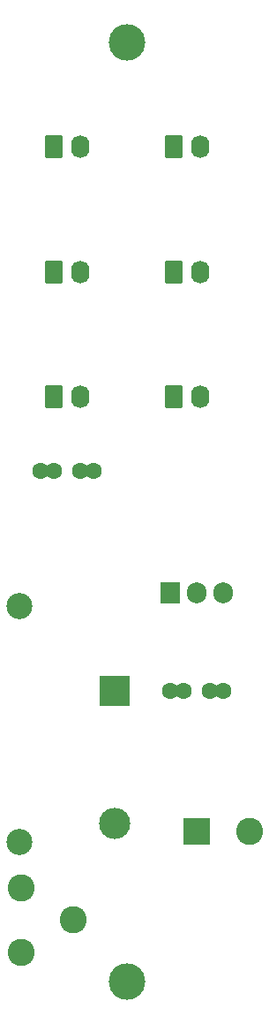
<source format=gts>
G04 #@! TF.GenerationSoftware,KiCad,Pcbnew,7.0.5*
G04 #@! TF.CreationDate,2024-04-01T13:17:15+02:00*
G04 #@! TF.ProjectId,power,706f7765-722e-46b6-9963-61645f706362,rev?*
G04 #@! TF.SameCoordinates,Original*
G04 #@! TF.FileFunction,Soldermask,Top*
G04 #@! TF.FilePolarity,Negative*
%FSLAX46Y46*%
G04 Gerber Fmt 4.6, Leading zero omitted, Abs format (unit mm)*
G04 Created by KiCad (PCBNEW 7.0.5) date 2024-04-01 13:17:15*
%MOMM*%
%LPD*%
G01*
G04 APERTURE LIST*
G04 Aperture macros list*
%AMRoundRect*
0 Rectangle with rounded corners*
0 $1 Rounding radius*
0 $2 $3 $4 $5 $6 $7 $8 $9 X,Y pos of 4 corners*
0 Add a 4 corners polygon primitive as box body*
4,1,4,$2,$3,$4,$5,$6,$7,$8,$9,$2,$3,0*
0 Add four circle primitives for the rounded corners*
1,1,$1+$1,$2,$3*
1,1,$1+$1,$4,$5*
1,1,$1+$1,$6,$7*
1,1,$1+$1,$8,$9*
0 Add four rect primitives between the rounded corners*
20,1,$1+$1,$2,$3,$4,$5,0*
20,1,$1+$1,$4,$5,$6,$7,0*
20,1,$1+$1,$6,$7,$8,$9,0*
20,1,$1+$1,$8,$9,$2,$3,0*%
G04 Aperture macros list end*
%ADD10C,2.500000*%
%ADD11R,3.000000X3.000000*%
%ADD12O,3.000000X3.000000*%
%ADD13C,2.600000*%
%ADD14RoundRect,0.250000X-0.620000X-0.845000X0.620000X-0.845000X0.620000X0.845000X-0.620000X0.845000X0*%
%ADD15O,1.740000X2.190000*%
%ADD16C,3.500000*%
%ADD17R,1.905000X2.000000*%
%ADD18O,1.905000X2.000000*%
%ADD19C,1.600000*%
%ADD20R,2.600000X2.600000*%
G04 APERTURE END LIST*
D10*
X44704000Y-121666000D03*
X44704000Y-99066000D03*
D11*
X53848000Y-107188000D03*
D12*
X53848000Y-119888000D03*
D13*
X44850000Y-126009000D03*
X49850000Y-129109000D03*
X44850000Y-132209000D03*
D14*
X59500000Y-79000000D03*
D15*
X62040000Y-79000000D03*
D16*
X55000000Y-135000000D03*
D14*
X48000000Y-79000000D03*
D15*
X50540000Y-79000000D03*
D17*
X59182000Y-97790000D03*
D18*
X61722000Y-97790000D03*
X64262000Y-97790000D03*
D14*
X48000000Y-55000000D03*
D15*
X50540000Y-55000000D03*
D19*
X51816000Y-86106000D03*
X50546000Y-86106000D03*
X48006000Y-86106000D03*
X46736000Y-86106000D03*
X59182000Y-107188000D03*
X60452000Y-107188000D03*
X62992000Y-107188000D03*
X64262000Y-107188000D03*
D20*
X61722000Y-120650000D03*
D13*
X66802000Y-120650000D03*
D16*
X55000000Y-45000000D03*
D14*
X48000000Y-67000000D03*
D15*
X50540000Y-67000000D03*
D14*
X59500000Y-55000000D03*
D15*
X62040000Y-55000000D03*
D14*
X59500000Y-67000000D03*
D15*
X62040000Y-67000000D03*
M02*

</source>
